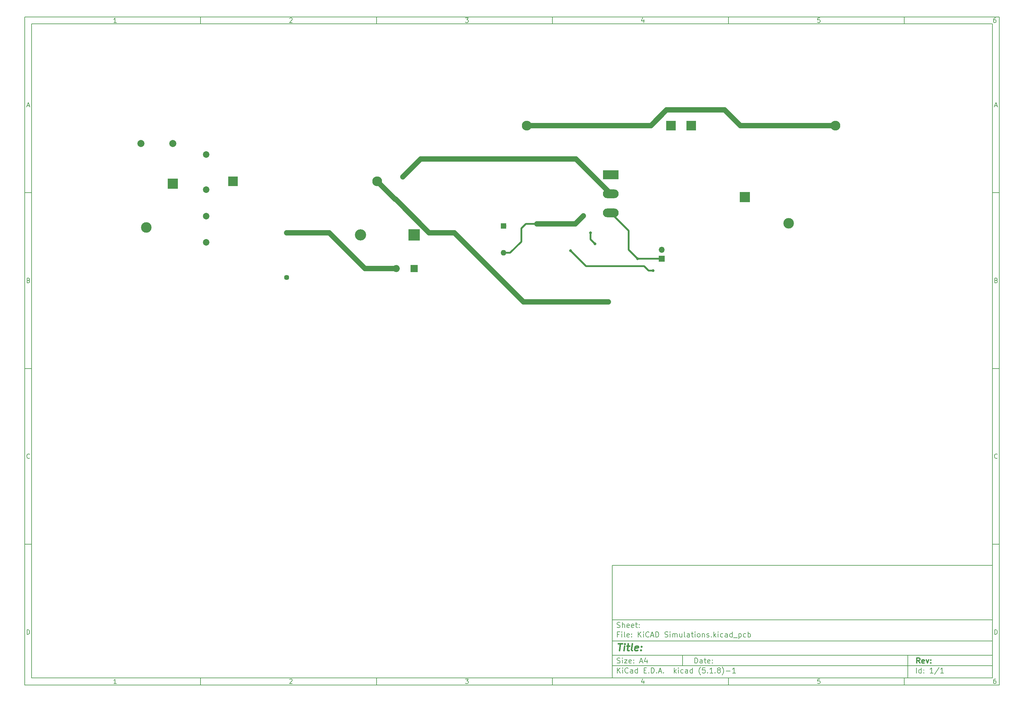
<source format=gbr>
%TF.GenerationSoftware,KiCad,Pcbnew,(5.1.8)-1*%
%TF.CreationDate,2021-03-15T14:42:15-07:00*%
%TF.ProjectId,KiCAD Simulations,4b694341-4420-4536-996d-756c6174696f,rev?*%
%TF.SameCoordinates,Original*%
%TF.FileFunction,Copper,L2,Bot*%
%TF.FilePolarity,Positive*%
%FSLAX46Y46*%
G04 Gerber Fmt 4.6, Leading zero omitted, Abs format (unit mm)*
G04 Created by KiCad (PCBNEW (5.1.8)-1) date 2021-03-15 14:42:15*
%MOMM*%
%LPD*%
G01*
G04 APERTURE LIST*
%ADD10C,0.100000*%
%ADD11C,0.150000*%
%ADD12C,0.300000*%
%ADD13C,0.400000*%
%TA.AperFunction,ComponentPad*%
%ADD14O,2.800000X2.800000*%
%TD*%
%TA.AperFunction,ComponentPad*%
%ADD15R,2.800000X2.800000*%
%TD*%
%TA.AperFunction,ComponentPad*%
%ADD16O,1.700000X1.700000*%
%TD*%
%TA.AperFunction,ComponentPad*%
%ADD17R,1.700000X1.700000*%
%TD*%
%TA.AperFunction,ComponentPad*%
%ADD18C,1.854200*%
%TD*%
%TA.AperFunction,ComponentPad*%
%ADD19C,2.000000*%
%TD*%
%TA.AperFunction,ComponentPad*%
%ADD20O,4.500000X2.500000*%
%TD*%
%TA.AperFunction,ComponentPad*%
%ADD21R,4.500000X2.500000*%
%TD*%
%TA.AperFunction,ComponentPad*%
%ADD22C,1.447800*%
%TD*%
%TA.AperFunction,ComponentPad*%
%ADD23C,3.000000*%
%TD*%
%TA.AperFunction,ComponentPad*%
%ADD24R,3.000000X3.000000*%
%TD*%
%TA.AperFunction,ComponentPad*%
%ADD25O,2.000000X2.000000*%
%TD*%
%TA.AperFunction,ComponentPad*%
%ADD26R,2.000000X2.000000*%
%TD*%
%TA.AperFunction,ComponentPad*%
%ADD27O,1.600000X1.600000*%
%TD*%
%TA.AperFunction,ComponentPad*%
%ADD28R,1.600000X1.600000*%
%TD*%
%TA.AperFunction,ComponentPad*%
%ADD29O,3.200000X3.200000*%
%TD*%
%TA.AperFunction,ComponentPad*%
%ADD30R,3.200000X3.200000*%
%TD*%
%TA.AperFunction,ViaPad*%
%ADD31C,0.800000*%
%TD*%
%TA.AperFunction,ViaPad*%
%ADD32C,1.200000*%
%TD*%
%TA.AperFunction,Conductor*%
%ADD33C,1.500000*%
%TD*%
%TA.AperFunction,Conductor*%
%ADD34C,0.500000*%
%TD*%
G04 APERTURE END LIST*
D10*
D11*
X177002200Y-166007200D02*
X177002200Y-198007200D01*
X285002200Y-198007200D01*
X285002200Y-166007200D01*
X177002200Y-166007200D01*
D10*
D11*
X10000000Y-10000000D02*
X10000000Y-200007200D01*
X287002200Y-200007200D01*
X287002200Y-10000000D01*
X10000000Y-10000000D01*
D10*
D11*
X12000000Y-12000000D02*
X12000000Y-198007200D01*
X285002200Y-198007200D01*
X285002200Y-12000000D01*
X12000000Y-12000000D01*
D10*
D11*
X60000000Y-12000000D02*
X60000000Y-10000000D01*
D10*
D11*
X110000000Y-12000000D02*
X110000000Y-10000000D01*
D10*
D11*
X160000000Y-12000000D02*
X160000000Y-10000000D01*
D10*
D11*
X210000000Y-12000000D02*
X210000000Y-10000000D01*
D10*
D11*
X260000000Y-12000000D02*
X260000000Y-10000000D01*
D10*
D11*
X36065476Y-11588095D02*
X35322619Y-11588095D01*
X35694047Y-11588095D02*
X35694047Y-10288095D01*
X35570238Y-10473809D01*
X35446428Y-10597619D01*
X35322619Y-10659523D01*
D10*
D11*
X85322619Y-10411904D02*
X85384523Y-10350000D01*
X85508333Y-10288095D01*
X85817857Y-10288095D01*
X85941666Y-10350000D01*
X86003571Y-10411904D01*
X86065476Y-10535714D01*
X86065476Y-10659523D01*
X86003571Y-10845238D01*
X85260714Y-11588095D01*
X86065476Y-11588095D01*
D10*
D11*
X135260714Y-10288095D02*
X136065476Y-10288095D01*
X135632142Y-10783333D01*
X135817857Y-10783333D01*
X135941666Y-10845238D01*
X136003571Y-10907142D01*
X136065476Y-11030952D01*
X136065476Y-11340476D01*
X136003571Y-11464285D01*
X135941666Y-11526190D01*
X135817857Y-11588095D01*
X135446428Y-11588095D01*
X135322619Y-11526190D01*
X135260714Y-11464285D01*
D10*
D11*
X185941666Y-10721428D02*
X185941666Y-11588095D01*
X185632142Y-10226190D02*
X185322619Y-11154761D01*
X186127380Y-11154761D01*
D10*
D11*
X236003571Y-10288095D02*
X235384523Y-10288095D01*
X235322619Y-10907142D01*
X235384523Y-10845238D01*
X235508333Y-10783333D01*
X235817857Y-10783333D01*
X235941666Y-10845238D01*
X236003571Y-10907142D01*
X236065476Y-11030952D01*
X236065476Y-11340476D01*
X236003571Y-11464285D01*
X235941666Y-11526190D01*
X235817857Y-11588095D01*
X235508333Y-11588095D01*
X235384523Y-11526190D01*
X235322619Y-11464285D01*
D10*
D11*
X285941666Y-10288095D02*
X285694047Y-10288095D01*
X285570238Y-10350000D01*
X285508333Y-10411904D01*
X285384523Y-10597619D01*
X285322619Y-10845238D01*
X285322619Y-11340476D01*
X285384523Y-11464285D01*
X285446428Y-11526190D01*
X285570238Y-11588095D01*
X285817857Y-11588095D01*
X285941666Y-11526190D01*
X286003571Y-11464285D01*
X286065476Y-11340476D01*
X286065476Y-11030952D01*
X286003571Y-10907142D01*
X285941666Y-10845238D01*
X285817857Y-10783333D01*
X285570238Y-10783333D01*
X285446428Y-10845238D01*
X285384523Y-10907142D01*
X285322619Y-11030952D01*
D10*
D11*
X60000000Y-198007200D02*
X60000000Y-200007200D01*
D10*
D11*
X110000000Y-198007200D02*
X110000000Y-200007200D01*
D10*
D11*
X160000000Y-198007200D02*
X160000000Y-200007200D01*
D10*
D11*
X210000000Y-198007200D02*
X210000000Y-200007200D01*
D10*
D11*
X260000000Y-198007200D02*
X260000000Y-200007200D01*
D10*
D11*
X36065476Y-199595295D02*
X35322619Y-199595295D01*
X35694047Y-199595295D02*
X35694047Y-198295295D01*
X35570238Y-198481009D01*
X35446428Y-198604819D01*
X35322619Y-198666723D01*
D10*
D11*
X85322619Y-198419104D02*
X85384523Y-198357200D01*
X85508333Y-198295295D01*
X85817857Y-198295295D01*
X85941666Y-198357200D01*
X86003571Y-198419104D01*
X86065476Y-198542914D01*
X86065476Y-198666723D01*
X86003571Y-198852438D01*
X85260714Y-199595295D01*
X86065476Y-199595295D01*
D10*
D11*
X135260714Y-198295295D02*
X136065476Y-198295295D01*
X135632142Y-198790533D01*
X135817857Y-198790533D01*
X135941666Y-198852438D01*
X136003571Y-198914342D01*
X136065476Y-199038152D01*
X136065476Y-199347676D01*
X136003571Y-199471485D01*
X135941666Y-199533390D01*
X135817857Y-199595295D01*
X135446428Y-199595295D01*
X135322619Y-199533390D01*
X135260714Y-199471485D01*
D10*
D11*
X185941666Y-198728628D02*
X185941666Y-199595295D01*
X185632142Y-198233390D02*
X185322619Y-199161961D01*
X186127380Y-199161961D01*
D10*
D11*
X236003571Y-198295295D02*
X235384523Y-198295295D01*
X235322619Y-198914342D01*
X235384523Y-198852438D01*
X235508333Y-198790533D01*
X235817857Y-198790533D01*
X235941666Y-198852438D01*
X236003571Y-198914342D01*
X236065476Y-199038152D01*
X236065476Y-199347676D01*
X236003571Y-199471485D01*
X235941666Y-199533390D01*
X235817857Y-199595295D01*
X235508333Y-199595295D01*
X235384523Y-199533390D01*
X235322619Y-199471485D01*
D10*
D11*
X285941666Y-198295295D02*
X285694047Y-198295295D01*
X285570238Y-198357200D01*
X285508333Y-198419104D01*
X285384523Y-198604819D01*
X285322619Y-198852438D01*
X285322619Y-199347676D01*
X285384523Y-199471485D01*
X285446428Y-199533390D01*
X285570238Y-199595295D01*
X285817857Y-199595295D01*
X285941666Y-199533390D01*
X286003571Y-199471485D01*
X286065476Y-199347676D01*
X286065476Y-199038152D01*
X286003571Y-198914342D01*
X285941666Y-198852438D01*
X285817857Y-198790533D01*
X285570238Y-198790533D01*
X285446428Y-198852438D01*
X285384523Y-198914342D01*
X285322619Y-199038152D01*
D10*
D11*
X10000000Y-60000000D02*
X12000000Y-60000000D01*
D10*
D11*
X10000000Y-110000000D02*
X12000000Y-110000000D01*
D10*
D11*
X10000000Y-160000000D02*
X12000000Y-160000000D01*
D10*
D11*
X10690476Y-35216666D02*
X11309523Y-35216666D01*
X10566666Y-35588095D02*
X11000000Y-34288095D01*
X11433333Y-35588095D01*
D10*
D11*
X11092857Y-84907142D02*
X11278571Y-84969047D01*
X11340476Y-85030952D01*
X11402380Y-85154761D01*
X11402380Y-85340476D01*
X11340476Y-85464285D01*
X11278571Y-85526190D01*
X11154761Y-85588095D01*
X10659523Y-85588095D01*
X10659523Y-84288095D01*
X11092857Y-84288095D01*
X11216666Y-84350000D01*
X11278571Y-84411904D01*
X11340476Y-84535714D01*
X11340476Y-84659523D01*
X11278571Y-84783333D01*
X11216666Y-84845238D01*
X11092857Y-84907142D01*
X10659523Y-84907142D01*
D10*
D11*
X11402380Y-135464285D02*
X11340476Y-135526190D01*
X11154761Y-135588095D01*
X11030952Y-135588095D01*
X10845238Y-135526190D01*
X10721428Y-135402380D01*
X10659523Y-135278571D01*
X10597619Y-135030952D01*
X10597619Y-134845238D01*
X10659523Y-134597619D01*
X10721428Y-134473809D01*
X10845238Y-134350000D01*
X11030952Y-134288095D01*
X11154761Y-134288095D01*
X11340476Y-134350000D01*
X11402380Y-134411904D01*
D10*
D11*
X10659523Y-185588095D02*
X10659523Y-184288095D01*
X10969047Y-184288095D01*
X11154761Y-184350000D01*
X11278571Y-184473809D01*
X11340476Y-184597619D01*
X11402380Y-184845238D01*
X11402380Y-185030952D01*
X11340476Y-185278571D01*
X11278571Y-185402380D01*
X11154761Y-185526190D01*
X10969047Y-185588095D01*
X10659523Y-185588095D01*
D10*
D11*
X287002200Y-60000000D02*
X285002200Y-60000000D01*
D10*
D11*
X287002200Y-110000000D02*
X285002200Y-110000000D01*
D10*
D11*
X287002200Y-160000000D02*
X285002200Y-160000000D01*
D10*
D11*
X285692676Y-35216666D02*
X286311723Y-35216666D01*
X285568866Y-35588095D02*
X286002200Y-34288095D01*
X286435533Y-35588095D01*
D10*
D11*
X286095057Y-84907142D02*
X286280771Y-84969047D01*
X286342676Y-85030952D01*
X286404580Y-85154761D01*
X286404580Y-85340476D01*
X286342676Y-85464285D01*
X286280771Y-85526190D01*
X286156961Y-85588095D01*
X285661723Y-85588095D01*
X285661723Y-84288095D01*
X286095057Y-84288095D01*
X286218866Y-84350000D01*
X286280771Y-84411904D01*
X286342676Y-84535714D01*
X286342676Y-84659523D01*
X286280771Y-84783333D01*
X286218866Y-84845238D01*
X286095057Y-84907142D01*
X285661723Y-84907142D01*
D10*
D11*
X286404580Y-135464285D02*
X286342676Y-135526190D01*
X286156961Y-135588095D01*
X286033152Y-135588095D01*
X285847438Y-135526190D01*
X285723628Y-135402380D01*
X285661723Y-135278571D01*
X285599819Y-135030952D01*
X285599819Y-134845238D01*
X285661723Y-134597619D01*
X285723628Y-134473809D01*
X285847438Y-134350000D01*
X286033152Y-134288095D01*
X286156961Y-134288095D01*
X286342676Y-134350000D01*
X286404580Y-134411904D01*
D10*
D11*
X285661723Y-185588095D02*
X285661723Y-184288095D01*
X285971247Y-184288095D01*
X286156961Y-184350000D01*
X286280771Y-184473809D01*
X286342676Y-184597619D01*
X286404580Y-184845238D01*
X286404580Y-185030952D01*
X286342676Y-185278571D01*
X286280771Y-185402380D01*
X286156961Y-185526190D01*
X285971247Y-185588095D01*
X285661723Y-185588095D01*
D10*
D11*
X200434342Y-193785771D02*
X200434342Y-192285771D01*
X200791485Y-192285771D01*
X201005771Y-192357200D01*
X201148628Y-192500057D01*
X201220057Y-192642914D01*
X201291485Y-192928628D01*
X201291485Y-193142914D01*
X201220057Y-193428628D01*
X201148628Y-193571485D01*
X201005771Y-193714342D01*
X200791485Y-193785771D01*
X200434342Y-193785771D01*
X202577200Y-193785771D02*
X202577200Y-193000057D01*
X202505771Y-192857200D01*
X202362914Y-192785771D01*
X202077200Y-192785771D01*
X201934342Y-192857200D01*
X202577200Y-193714342D02*
X202434342Y-193785771D01*
X202077200Y-193785771D01*
X201934342Y-193714342D01*
X201862914Y-193571485D01*
X201862914Y-193428628D01*
X201934342Y-193285771D01*
X202077200Y-193214342D01*
X202434342Y-193214342D01*
X202577200Y-193142914D01*
X203077200Y-192785771D02*
X203648628Y-192785771D01*
X203291485Y-192285771D02*
X203291485Y-193571485D01*
X203362914Y-193714342D01*
X203505771Y-193785771D01*
X203648628Y-193785771D01*
X204720057Y-193714342D02*
X204577200Y-193785771D01*
X204291485Y-193785771D01*
X204148628Y-193714342D01*
X204077200Y-193571485D01*
X204077200Y-193000057D01*
X204148628Y-192857200D01*
X204291485Y-192785771D01*
X204577200Y-192785771D01*
X204720057Y-192857200D01*
X204791485Y-193000057D01*
X204791485Y-193142914D01*
X204077200Y-193285771D01*
X205434342Y-193642914D02*
X205505771Y-193714342D01*
X205434342Y-193785771D01*
X205362914Y-193714342D01*
X205434342Y-193642914D01*
X205434342Y-193785771D01*
X205434342Y-192857200D02*
X205505771Y-192928628D01*
X205434342Y-193000057D01*
X205362914Y-192928628D01*
X205434342Y-192857200D01*
X205434342Y-193000057D01*
D10*
D11*
X177002200Y-194507200D02*
X285002200Y-194507200D01*
D10*
D11*
X178434342Y-196585771D02*
X178434342Y-195085771D01*
X179291485Y-196585771D02*
X178648628Y-195728628D01*
X179291485Y-195085771D02*
X178434342Y-195942914D01*
X179934342Y-196585771D02*
X179934342Y-195585771D01*
X179934342Y-195085771D02*
X179862914Y-195157200D01*
X179934342Y-195228628D01*
X180005771Y-195157200D01*
X179934342Y-195085771D01*
X179934342Y-195228628D01*
X181505771Y-196442914D02*
X181434342Y-196514342D01*
X181220057Y-196585771D01*
X181077200Y-196585771D01*
X180862914Y-196514342D01*
X180720057Y-196371485D01*
X180648628Y-196228628D01*
X180577200Y-195942914D01*
X180577200Y-195728628D01*
X180648628Y-195442914D01*
X180720057Y-195300057D01*
X180862914Y-195157200D01*
X181077200Y-195085771D01*
X181220057Y-195085771D01*
X181434342Y-195157200D01*
X181505771Y-195228628D01*
X182791485Y-196585771D02*
X182791485Y-195800057D01*
X182720057Y-195657200D01*
X182577200Y-195585771D01*
X182291485Y-195585771D01*
X182148628Y-195657200D01*
X182791485Y-196514342D02*
X182648628Y-196585771D01*
X182291485Y-196585771D01*
X182148628Y-196514342D01*
X182077200Y-196371485D01*
X182077200Y-196228628D01*
X182148628Y-196085771D01*
X182291485Y-196014342D01*
X182648628Y-196014342D01*
X182791485Y-195942914D01*
X184148628Y-196585771D02*
X184148628Y-195085771D01*
X184148628Y-196514342D02*
X184005771Y-196585771D01*
X183720057Y-196585771D01*
X183577200Y-196514342D01*
X183505771Y-196442914D01*
X183434342Y-196300057D01*
X183434342Y-195871485D01*
X183505771Y-195728628D01*
X183577200Y-195657200D01*
X183720057Y-195585771D01*
X184005771Y-195585771D01*
X184148628Y-195657200D01*
X186005771Y-195800057D02*
X186505771Y-195800057D01*
X186720057Y-196585771D02*
X186005771Y-196585771D01*
X186005771Y-195085771D01*
X186720057Y-195085771D01*
X187362914Y-196442914D02*
X187434342Y-196514342D01*
X187362914Y-196585771D01*
X187291485Y-196514342D01*
X187362914Y-196442914D01*
X187362914Y-196585771D01*
X188077200Y-196585771D02*
X188077200Y-195085771D01*
X188434342Y-195085771D01*
X188648628Y-195157200D01*
X188791485Y-195300057D01*
X188862914Y-195442914D01*
X188934342Y-195728628D01*
X188934342Y-195942914D01*
X188862914Y-196228628D01*
X188791485Y-196371485D01*
X188648628Y-196514342D01*
X188434342Y-196585771D01*
X188077200Y-196585771D01*
X189577200Y-196442914D02*
X189648628Y-196514342D01*
X189577200Y-196585771D01*
X189505771Y-196514342D01*
X189577200Y-196442914D01*
X189577200Y-196585771D01*
X190220057Y-196157200D02*
X190934342Y-196157200D01*
X190077200Y-196585771D02*
X190577200Y-195085771D01*
X191077200Y-196585771D01*
X191577200Y-196442914D02*
X191648628Y-196514342D01*
X191577200Y-196585771D01*
X191505771Y-196514342D01*
X191577200Y-196442914D01*
X191577200Y-196585771D01*
X194577200Y-196585771D02*
X194577200Y-195085771D01*
X194720057Y-196014342D02*
X195148628Y-196585771D01*
X195148628Y-195585771D02*
X194577200Y-196157200D01*
X195791485Y-196585771D02*
X195791485Y-195585771D01*
X195791485Y-195085771D02*
X195720057Y-195157200D01*
X195791485Y-195228628D01*
X195862914Y-195157200D01*
X195791485Y-195085771D01*
X195791485Y-195228628D01*
X197148628Y-196514342D02*
X197005771Y-196585771D01*
X196720057Y-196585771D01*
X196577200Y-196514342D01*
X196505771Y-196442914D01*
X196434342Y-196300057D01*
X196434342Y-195871485D01*
X196505771Y-195728628D01*
X196577200Y-195657200D01*
X196720057Y-195585771D01*
X197005771Y-195585771D01*
X197148628Y-195657200D01*
X198434342Y-196585771D02*
X198434342Y-195800057D01*
X198362914Y-195657200D01*
X198220057Y-195585771D01*
X197934342Y-195585771D01*
X197791485Y-195657200D01*
X198434342Y-196514342D02*
X198291485Y-196585771D01*
X197934342Y-196585771D01*
X197791485Y-196514342D01*
X197720057Y-196371485D01*
X197720057Y-196228628D01*
X197791485Y-196085771D01*
X197934342Y-196014342D01*
X198291485Y-196014342D01*
X198434342Y-195942914D01*
X199791485Y-196585771D02*
X199791485Y-195085771D01*
X199791485Y-196514342D02*
X199648628Y-196585771D01*
X199362914Y-196585771D01*
X199220057Y-196514342D01*
X199148628Y-196442914D01*
X199077200Y-196300057D01*
X199077200Y-195871485D01*
X199148628Y-195728628D01*
X199220057Y-195657200D01*
X199362914Y-195585771D01*
X199648628Y-195585771D01*
X199791485Y-195657200D01*
X202077200Y-197157200D02*
X202005771Y-197085771D01*
X201862914Y-196871485D01*
X201791485Y-196728628D01*
X201720057Y-196514342D01*
X201648628Y-196157200D01*
X201648628Y-195871485D01*
X201720057Y-195514342D01*
X201791485Y-195300057D01*
X201862914Y-195157200D01*
X202005771Y-194942914D01*
X202077200Y-194871485D01*
X203362914Y-195085771D02*
X202648628Y-195085771D01*
X202577200Y-195800057D01*
X202648628Y-195728628D01*
X202791485Y-195657200D01*
X203148628Y-195657200D01*
X203291485Y-195728628D01*
X203362914Y-195800057D01*
X203434342Y-195942914D01*
X203434342Y-196300057D01*
X203362914Y-196442914D01*
X203291485Y-196514342D01*
X203148628Y-196585771D01*
X202791485Y-196585771D01*
X202648628Y-196514342D01*
X202577200Y-196442914D01*
X204077200Y-196442914D02*
X204148628Y-196514342D01*
X204077200Y-196585771D01*
X204005771Y-196514342D01*
X204077200Y-196442914D01*
X204077200Y-196585771D01*
X205577200Y-196585771D02*
X204720057Y-196585771D01*
X205148628Y-196585771D02*
X205148628Y-195085771D01*
X205005771Y-195300057D01*
X204862914Y-195442914D01*
X204720057Y-195514342D01*
X206220057Y-196442914D02*
X206291485Y-196514342D01*
X206220057Y-196585771D01*
X206148628Y-196514342D01*
X206220057Y-196442914D01*
X206220057Y-196585771D01*
X207148628Y-195728628D02*
X207005771Y-195657200D01*
X206934342Y-195585771D01*
X206862914Y-195442914D01*
X206862914Y-195371485D01*
X206934342Y-195228628D01*
X207005771Y-195157200D01*
X207148628Y-195085771D01*
X207434342Y-195085771D01*
X207577200Y-195157200D01*
X207648628Y-195228628D01*
X207720057Y-195371485D01*
X207720057Y-195442914D01*
X207648628Y-195585771D01*
X207577200Y-195657200D01*
X207434342Y-195728628D01*
X207148628Y-195728628D01*
X207005771Y-195800057D01*
X206934342Y-195871485D01*
X206862914Y-196014342D01*
X206862914Y-196300057D01*
X206934342Y-196442914D01*
X207005771Y-196514342D01*
X207148628Y-196585771D01*
X207434342Y-196585771D01*
X207577200Y-196514342D01*
X207648628Y-196442914D01*
X207720057Y-196300057D01*
X207720057Y-196014342D01*
X207648628Y-195871485D01*
X207577200Y-195800057D01*
X207434342Y-195728628D01*
X208220057Y-197157200D02*
X208291485Y-197085771D01*
X208434342Y-196871485D01*
X208505771Y-196728628D01*
X208577200Y-196514342D01*
X208648628Y-196157200D01*
X208648628Y-195871485D01*
X208577200Y-195514342D01*
X208505771Y-195300057D01*
X208434342Y-195157200D01*
X208291485Y-194942914D01*
X208220057Y-194871485D01*
X209362914Y-196014342D02*
X210505771Y-196014342D01*
X212005771Y-196585771D02*
X211148628Y-196585771D01*
X211577200Y-196585771D02*
X211577200Y-195085771D01*
X211434342Y-195300057D01*
X211291485Y-195442914D01*
X211148628Y-195514342D01*
D10*
D11*
X177002200Y-191507200D02*
X285002200Y-191507200D01*
D10*
D12*
X264411485Y-193785771D02*
X263911485Y-193071485D01*
X263554342Y-193785771D02*
X263554342Y-192285771D01*
X264125771Y-192285771D01*
X264268628Y-192357200D01*
X264340057Y-192428628D01*
X264411485Y-192571485D01*
X264411485Y-192785771D01*
X264340057Y-192928628D01*
X264268628Y-193000057D01*
X264125771Y-193071485D01*
X263554342Y-193071485D01*
X265625771Y-193714342D02*
X265482914Y-193785771D01*
X265197200Y-193785771D01*
X265054342Y-193714342D01*
X264982914Y-193571485D01*
X264982914Y-193000057D01*
X265054342Y-192857200D01*
X265197200Y-192785771D01*
X265482914Y-192785771D01*
X265625771Y-192857200D01*
X265697200Y-193000057D01*
X265697200Y-193142914D01*
X264982914Y-193285771D01*
X266197200Y-192785771D02*
X266554342Y-193785771D01*
X266911485Y-192785771D01*
X267482914Y-193642914D02*
X267554342Y-193714342D01*
X267482914Y-193785771D01*
X267411485Y-193714342D01*
X267482914Y-193642914D01*
X267482914Y-193785771D01*
X267482914Y-192857200D02*
X267554342Y-192928628D01*
X267482914Y-193000057D01*
X267411485Y-192928628D01*
X267482914Y-192857200D01*
X267482914Y-193000057D01*
D10*
D11*
X178362914Y-193714342D02*
X178577200Y-193785771D01*
X178934342Y-193785771D01*
X179077200Y-193714342D01*
X179148628Y-193642914D01*
X179220057Y-193500057D01*
X179220057Y-193357200D01*
X179148628Y-193214342D01*
X179077200Y-193142914D01*
X178934342Y-193071485D01*
X178648628Y-193000057D01*
X178505771Y-192928628D01*
X178434342Y-192857200D01*
X178362914Y-192714342D01*
X178362914Y-192571485D01*
X178434342Y-192428628D01*
X178505771Y-192357200D01*
X178648628Y-192285771D01*
X179005771Y-192285771D01*
X179220057Y-192357200D01*
X179862914Y-193785771D02*
X179862914Y-192785771D01*
X179862914Y-192285771D02*
X179791485Y-192357200D01*
X179862914Y-192428628D01*
X179934342Y-192357200D01*
X179862914Y-192285771D01*
X179862914Y-192428628D01*
X180434342Y-192785771D02*
X181220057Y-192785771D01*
X180434342Y-193785771D01*
X181220057Y-193785771D01*
X182362914Y-193714342D02*
X182220057Y-193785771D01*
X181934342Y-193785771D01*
X181791485Y-193714342D01*
X181720057Y-193571485D01*
X181720057Y-193000057D01*
X181791485Y-192857200D01*
X181934342Y-192785771D01*
X182220057Y-192785771D01*
X182362914Y-192857200D01*
X182434342Y-193000057D01*
X182434342Y-193142914D01*
X181720057Y-193285771D01*
X183077200Y-193642914D02*
X183148628Y-193714342D01*
X183077200Y-193785771D01*
X183005771Y-193714342D01*
X183077200Y-193642914D01*
X183077200Y-193785771D01*
X183077200Y-192857200D02*
X183148628Y-192928628D01*
X183077200Y-193000057D01*
X183005771Y-192928628D01*
X183077200Y-192857200D01*
X183077200Y-193000057D01*
X184862914Y-193357200D02*
X185577200Y-193357200D01*
X184720057Y-193785771D02*
X185220057Y-192285771D01*
X185720057Y-193785771D01*
X186862914Y-192785771D02*
X186862914Y-193785771D01*
X186505771Y-192214342D02*
X186148628Y-193285771D01*
X187077200Y-193285771D01*
D10*
D11*
X263434342Y-196585771D02*
X263434342Y-195085771D01*
X264791485Y-196585771D02*
X264791485Y-195085771D01*
X264791485Y-196514342D02*
X264648628Y-196585771D01*
X264362914Y-196585771D01*
X264220057Y-196514342D01*
X264148628Y-196442914D01*
X264077200Y-196300057D01*
X264077200Y-195871485D01*
X264148628Y-195728628D01*
X264220057Y-195657200D01*
X264362914Y-195585771D01*
X264648628Y-195585771D01*
X264791485Y-195657200D01*
X265505771Y-196442914D02*
X265577200Y-196514342D01*
X265505771Y-196585771D01*
X265434342Y-196514342D01*
X265505771Y-196442914D01*
X265505771Y-196585771D01*
X265505771Y-195657200D02*
X265577200Y-195728628D01*
X265505771Y-195800057D01*
X265434342Y-195728628D01*
X265505771Y-195657200D01*
X265505771Y-195800057D01*
X268148628Y-196585771D02*
X267291485Y-196585771D01*
X267720057Y-196585771D02*
X267720057Y-195085771D01*
X267577200Y-195300057D01*
X267434342Y-195442914D01*
X267291485Y-195514342D01*
X269862914Y-195014342D02*
X268577200Y-196942914D01*
X271148628Y-196585771D02*
X270291485Y-196585771D01*
X270720057Y-196585771D02*
X270720057Y-195085771D01*
X270577200Y-195300057D01*
X270434342Y-195442914D01*
X270291485Y-195514342D01*
D10*
D11*
X177002200Y-187507200D02*
X285002200Y-187507200D01*
D10*
D13*
X178714580Y-188211961D02*
X179857438Y-188211961D01*
X179036009Y-190211961D02*
X179286009Y-188211961D01*
X180274104Y-190211961D02*
X180440771Y-188878628D01*
X180524104Y-188211961D02*
X180416961Y-188307200D01*
X180500295Y-188402438D01*
X180607438Y-188307200D01*
X180524104Y-188211961D01*
X180500295Y-188402438D01*
X181107438Y-188878628D02*
X181869342Y-188878628D01*
X181476485Y-188211961D02*
X181262200Y-189926247D01*
X181333628Y-190116723D01*
X181512200Y-190211961D01*
X181702676Y-190211961D01*
X182655057Y-190211961D02*
X182476485Y-190116723D01*
X182405057Y-189926247D01*
X182619342Y-188211961D01*
X184190771Y-190116723D02*
X183988390Y-190211961D01*
X183607438Y-190211961D01*
X183428866Y-190116723D01*
X183357438Y-189926247D01*
X183452676Y-189164342D01*
X183571723Y-188973866D01*
X183774104Y-188878628D01*
X184155057Y-188878628D01*
X184333628Y-188973866D01*
X184405057Y-189164342D01*
X184381247Y-189354819D01*
X183405057Y-189545295D01*
X185155057Y-190021485D02*
X185238390Y-190116723D01*
X185131247Y-190211961D01*
X185047914Y-190116723D01*
X185155057Y-190021485D01*
X185131247Y-190211961D01*
X185286009Y-188973866D02*
X185369342Y-189069104D01*
X185262200Y-189164342D01*
X185178866Y-189069104D01*
X185286009Y-188973866D01*
X185262200Y-189164342D01*
D10*
D11*
X178934342Y-185600057D02*
X178434342Y-185600057D01*
X178434342Y-186385771D02*
X178434342Y-184885771D01*
X179148628Y-184885771D01*
X179720057Y-186385771D02*
X179720057Y-185385771D01*
X179720057Y-184885771D02*
X179648628Y-184957200D01*
X179720057Y-185028628D01*
X179791485Y-184957200D01*
X179720057Y-184885771D01*
X179720057Y-185028628D01*
X180648628Y-186385771D02*
X180505771Y-186314342D01*
X180434342Y-186171485D01*
X180434342Y-184885771D01*
X181791485Y-186314342D02*
X181648628Y-186385771D01*
X181362914Y-186385771D01*
X181220057Y-186314342D01*
X181148628Y-186171485D01*
X181148628Y-185600057D01*
X181220057Y-185457200D01*
X181362914Y-185385771D01*
X181648628Y-185385771D01*
X181791485Y-185457200D01*
X181862914Y-185600057D01*
X181862914Y-185742914D01*
X181148628Y-185885771D01*
X182505771Y-186242914D02*
X182577200Y-186314342D01*
X182505771Y-186385771D01*
X182434342Y-186314342D01*
X182505771Y-186242914D01*
X182505771Y-186385771D01*
X182505771Y-185457200D02*
X182577200Y-185528628D01*
X182505771Y-185600057D01*
X182434342Y-185528628D01*
X182505771Y-185457200D01*
X182505771Y-185600057D01*
X184362914Y-186385771D02*
X184362914Y-184885771D01*
X185220057Y-186385771D02*
X184577200Y-185528628D01*
X185220057Y-184885771D02*
X184362914Y-185742914D01*
X185862914Y-186385771D02*
X185862914Y-185385771D01*
X185862914Y-184885771D02*
X185791485Y-184957200D01*
X185862914Y-185028628D01*
X185934342Y-184957200D01*
X185862914Y-184885771D01*
X185862914Y-185028628D01*
X187434342Y-186242914D02*
X187362914Y-186314342D01*
X187148628Y-186385771D01*
X187005771Y-186385771D01*
X186791485Y-186314342D01*
X186648628Y-186171485D01*
X186577200Y-186028628D01*
X186505771Y-185742914D01*
X186505771Y-185528628D01*
X186577200Y-185242914D01*
X186648628Y-185100057D01*
X186791485Y-184957200D01*
X187005771Y-184885771D01*
X187148628Y-184885771D01*
X187362914Y-184957200D01*
X187434342Y-185028628D01*
X188005771Y-185957200D02*
X188720057Y-185957200D01*
X187862914Y-186385771D02*
X188362914Y-184885771D01*
X188862914Y-186385771D01*
X189362914Y-186385771D02*
X189362914Y-184885771D01*
X189720057Y-184885771D01*
X189934342Y-184957200D01*
X190077200Y-185100057D01*
X190148628Y-185242914D01*
X190220057Y-185528628D01*
X190220057Y-185742914D01*
X190148628Y-186028628D01*
X190077200Y-186171485D01*
X189934342Y-186314342D01*
X189720057Y-186385771D01*
X189362914Y-186385771D01*
X191934342Y-186314342D02*
X192148628Y-186385771D01*
X192505771Y-186385771D01*
X192648628Y-186314342D01*
X192720057Y-186242914D01*
X192791485Y-186100057D01*
X192791485Y-185957200D01*
X192720057Y-185814342D01*
X192648628Y-185742914D01*
X192505771Y-185671485D01*
X192220057Y-185600057D01*
X192077200Y-185528628D01*
X192005771Y-185457200D01*
X191934342Y-185314342D01*
X191934342Y-185171485D01*
X192005771Y-185028628D01*
X192077200Y-184957200D01*
X192220057Y-184885771D01*
X192577200Y-184885771D01*
X192791485Y-184957200D01*
X193434342Y-186385771D02*
X193434342Y-185385771D01*
X193434342Y-184885771D02*
X193362914Y-184957200D01*
X193434342Y-185028628D01*
X193505771Y-184957200D01*
X193434342Y-184885771D01*
X193434342Y-185028628D01*
X194148628Y-186385771D02*
X194148628Y-185385771D01*
X194148628Y-185528628D02*
X194220057Y-185457200D01*
X194362914Y-185385771D01*
X194577200Y-185385771D01*
X194720057Y-185457200D01*
X194791485Y-185600057D01*
X194791485Y-186385771D01*
X194791485Y-185600057D02*
X194862914Y-185457200D01*
X195005771Y-185385771D01*
X195220057Y-185385771D01*
X195362914Y-185457200D01*
X195434342Y-185600057D01*
X195434342Y-186385771D01*
X196791485Y-185385771D02*
X196791485Y-186385771D01*
X196148628Y-185385771D02*
X196148628Y-186171485D01*
X196220057Y-186314342D01*
X196362914Y-186385771D01*
X196577200Y-186385771D01*
X196720057Y-186314342D01*
X196791485Y-186242914D01*
X197720057Y-186385771D02*
X197577200Y-186314342D01*
X197505771Y-186171485D01*
X197505771Y-184885771D01*
X198934342Y-186385771D02*
X198934342Y-185600057D01*
X198862914Y-185457200D01*
X198720057Y-185385771D01*
X198434342Y-185385771D01*
X198291485Y-185457200D01*
X198934342Y-186314342D02*
X198791485Y-186385771D01*
X198434342Y-186385771D01*
X198291485Y-186314342D01*
X198220057Y-186171485D01*
X198220057Y-186028628D01*
X198291485Y-185885771D01*
X198434342Y-185814342D01*
X198791485Y-185814342D01*
X198934342Y-185742914D01*
X199434342Y-185385771D02*
X200005771Y-185385771D01*
X199648628Y-184885771D02*
X199648628Y-186171485D01*
X199720057Y-186314342D01*
X199862914Y-186385771D01*
X200005771Y-186385771D01*
X200505771Y-186385771D02*
X200505771Y-185385771D01*
X200505771Y-184885771D02*
X200434342Y-184957200D01*
X200505771Y-185028628D01*
X200577200Y-184957200D01*
X200505771Y-184885771D01*
X200505771Y-185028628D01*
X201434342Y-186385771D02*
X201291485Y-186314342D01*
X201220057Y-186242914D01*
X201148628Y-186100057D01*
X201148628Y-185671485D01*
X201220057Y-185528628D01*
X201291485Y-185457200D01*
X201434342Y-185385771D01*
X201648628Y-185385771D01*
X201791485Y-185457200D01*
X201862914Y-185528628D01*
X201934342Y-185671485D01*
X201934342Y-186100057D01*
X201862914Y-186242914D01*
X201791485Y-186314342D01*
X201648628Y-186385771D01*
X201434342Y-186385771D01*
X202577200Y-185385771D02*
X202577200Y-186385771D01*
X202577200Y-185528628D02*
X202648628Y-185457200D01*
X202791485Y-185385771D01*
X203005771Y-185385771D01*
X203148628Y-185457200D01*
X203220057Y-185600057D01*
X203220057Y-186385771D01*
X203862914Y-186314342D02*
X204005771Y-186385771D01*
X204291485Y-186385771D01*
X204434342Y-186314342D01*
X204505771Y-186171485D01*
X204505771Y-186100057D01*
X204434342Y-185957200D01*
X204291485Y-185885771D01*
X204077200Y-185885771D01*
X203934342Y-185814342D01*
X203862914Y-185671485D01*
X203862914Y-185600057D01*
X203934342Y-185457200D01*
X204077200Y-185385771D01*
X204291485Y-185385771D01*
X204434342Y-185457200D01*
X205148628Y-186242914D02*
X205220057Y-186314342D01*
X205148628Y-186385771D01*
X205077200Y-186314342D01*
X205148628Y-186242914D01*
X205148628Y-186385771D01*
X205862914Y-186385771D02*
X205862914Y-184885771D01*
X206005771Y-185814342D02*
X206434342Y-186385771D01*
X206434342Y-185385771D02*
X205862914Y-185957200D01*
X207077200Y-186385771D02*
X207077200Y-185385771D01*
X207077200Y-184885771D02*
X207005771Y-184957200D01*
X207077200Y-185028628D01*
X207148628Y-184957200D01*
X207077200Y-184885771D01*
X207077200Y-185028628D01*
X208434342Y-186314342D02*
X208291485Y-186385771D01*
X208005771Y-186385771D01*
X207862914Y-186314342D01*
X207791485Y-186242914D01*
X207720057Y-186100057D01*
X207720057Y-185671485D01*
X207791485Y-185528628D01*
X207862914Y-185457200D01*
X208005771Y-185385771D01*
X208291485Y-185385771D01*
X208434342Y-185457200D01*
X209720057Y-186385771D02*
X209720057Y-185600057D01*
X209648628Y-185457200D01*
X209505771Y-185385771D01*
X209220057Y-185385771D01*
X209077200Y-185457200D01*
X209720057Y-186314342D02*
X209577200Y-186385771D01*
X209220057Y-186385771D01*
X209077200Y-186314342D01*
X209005771Y-186171485D01*
X209005771Y-186028628D01*
X209077200Y-185885771D01*
X209220057Y-185814342D01*
X209577200Y-185814342D01*
X209720057Y-185742914D01*
X211077200Y-186385771D02*
X211077200Y-184885771D01*
X211077200Y-186314342D02*
X210934342Y-186385771D01*
X210648628Y-186385771D01*
X210505771Y-186314342D01*
X210434342Y-186242914D01*
X210362914Y-186100057D01*
X210362914Y-185671485D01*
X210434342Y-185528628D01*
X210505771Y-185457200D01*
X210648628Y-185385771D01*
X210934342Y-185385771D01*
X211077200Y-185457200D01*
X211434342Y-186528628D02*
X212577200Y-186528628D01*
X212934342Y-185385771D02*
X212934342Y-186885771D01*
X212934342Y-185457200D02*
X213077200Y-185385771D01*
X213362914Y-185385771D01*
X213505771Y-185457200D01*
X213577200Y-185528628D01*
X213648628Y-185671485D01*
X213648628Y-186100057D01*
X213577200Y-186242914D01*
X213505771Y-186314342D01*
X213362914Y-186385771D01*
X213077200Y-186385771D01*
X212934342Y-186314342D01*
X214934342Y-186314342D02*
X214791485Y-186385771D01*
X214505771Y-186385771D01*
X214362914Y-186314342D01*
X214291485Y-186242914D01*
X214220057Y-186100057D01*
X214220057Y-185671485D01*
X214291485Y-185528628D01*
X214362914Y-185457200D01*
X214505771Y-185385771D01*
X214791485Y-185385771D01*
X214934342Y-185457200D01*
X215577200Y-186385771D02*
X215577200Y-184885771D01*
X215577200Y-185457200D02*
X215720057Y-185385771D01*
X216005771Y-185385771D01*
X216148628Y-185457200D01*
X216220057Y-185528628D01*
X216291485Y-185671485D01*
X216291485Y-186100057D01*
X216220057Y-186242914D01*
X216148628Y-186314342D01*
X216005771Y-186385771D01*
X215720057Y-186385771D01*
X215577200Y-186314342D01*
D10*
D11*
X177002200Y-181507200D02*
X285002200Y-181507200D01*
D10*
D11*
X178362914Y-183614342D02*
X178577200Y-183685771D01*
X178934342Y-183685771D01*
X179077200Y-183614342D01*
X179148628Y-183542914D01*
X179220057Y-183400057D01*
X179220057Y-183257200D01*
X179148628Y-183114342D01*
X179077200Y-183042914D01*
X178934342Y-182971485D01*
X178648628Y-182900057D01*
X178505771Y-182828628D01*
X178434342Y-182757200D01*
X178362914Y-182614342D01*
X178362914Y-182471485D01*
X178434342Y-182328628D01*
X178505771Y-182257200D01*
X178648628Y-182185771D01*
X179005771Y-182185771D01*
X179220057Y-182257200D01*
X179862914Y-183685771D02*
X179862914Y-182185771D01*
X180505771Y-183685771D02*
X180505771Y-182900057D01*
X180434342Y-182757200D01*
X180291485Y-182685771D01*
X180077200Y-182685771D01*
X179934342Y-182757200D01*
X179862914Y-182828628D01*
X181791485Y-183614342D02*
X181648628Y-183685771D01*
X181362914Y-183685771D01*
X181220057Y-183614342D01*
X181148628Y-183471485D01*
X181148628Y-182900057D01*
X181220057Y-182757200D01*
X181362914Y-182685771D01*
X181648628Y-182685771D01*
X181791485Y-182757200D01*
X181862914Y-182900057D01*
X181862914Y-183042914D01*
X181148628Y-183185771D01*
X183077200Y-183614342D02*
X182934342Y-183685771D01*
X182648628Y-183685771D01*
X182505771Y-183614342D01*
X182434342Y-183471485D01*
X182434342Y-182900057D01*
X182505771Y-182757200D01*
X182648628Y-182685771D01*
X182934342Y-182685771D01*
X183077200Y-182757200D01*
X183148628Y-182900057D01*
X183148628Y-183042914D01*
X182434342Y-183185771D01*
X183577200Y-182685771D02*
X184148628Y-182685771D01*
X183791485Y-182185771D02*
X183791485Y-183471485D01*
X183862914Y-183614342D01*
X184005771Y-183685771D01*
X184148628Y-183685771D01*
X184648628Y-183542914D02*
X184720057Y-183614342D01*
X184648628Y-183685771D01*
X184577200Y-183614342D01*
X184648628Y-183542914D01*
X184648628Y-183685771D01*
X184648628Y-182757200D02*
X184720057Y-182828628D01*
X184648628Y-182900057D01*
X184577200Y-182828628D01*
X184648628Y-182757200D01*
X184648628Y-182900057D01*
D10*
D11*
X197002200Y-191507200D02*
X197002200Y-194507200D01*
D10*
D11*
X261002200Y-191507200D02*
X261002200Y-198007200D01*
D14*
%TO.P,Coutx2,2*%
%TO.N,GND*%
X152675000Y-40894000D03*
D15*
%TO.P,Coutx2,1*%
%TO.N,Net-(Coutx1-Pad1)*%
X193675000Y-40894000D03*
%TD*%
D16*
%TO.P,J2,2*%
%TO.N,Net-(Cvcc1-Pad1)*%
X191008000Y-76200000D03*
D17*
%TO.P,J2,1*%
%TO.N,GND*%
X191008000Y-78740000D03*
%TD*%
D18*
%TO.P,Uac1,4*%
%TO.N,Net-(J1-Pad2)*%
X61595000Y-74149001D03*
%TO.P,Uac1,3*%
%TO.N,Net-(Cin1-Pad1)*%
X61595000Y-66649000D03*
%TO.P,Uac1,2*%
%TO.N,Net-(Cin1-Pad2)*%
X61595000Y-59149000D03*
%TO.P,Uac1,1*%
%TO.N,Net-(Rntc1-Pad1)*%
X61595000Y-49149000D03*
%TD*%
D19*
%TO.P,Rntc1,2*%
%TO.N,Net-(J1-Pad1)*%
X43070000Y-45974000D03*
%TO.P,Rntc1,1*%
%TO.N,Net-(Rntc1-Pad1)*%
X52070000Y-45974000D03*
%TD*%
D20*
%TO.P,Q1,3*%
%TO.N,GND*%
X176530000Y-65764000D03*
%TO.P,Q1,2*%
%TO.N,Net-(Dboost1-Pad2)*%
X176530000Y-60314000D03*
D21*
%TO.P,Q1,1*%
%TO.N,Net-(Dturnoff1-Pad2)*%
X176530000Y-54864000D03*
%TD*%
D22*
%TO.P,L1,2*%
%TO.N,Net-(Dboost1-Pad2)*%
X84455000Y-84074000D03*
%TO.P,L1,1*%
%TO.N,Net-(Cin1-Pad1)*%
X84455000Y-71374000D03*
%TD*%
D23*
%TO.P,J3,2*%
%TO.N,GND*%
X227130000Y-68714000D03*
D24*
%TO.P,J3,1*%
%TO.N,Net-(Coutx1-Pad1)*%
X214630000Y-61214000D03*
%TD*%
D23*
%TO.P,J1,2*%
%TO.N,Net-(J1-Pad2)*%
X44570000Y-69904000D03*
D24*
%TO.P,J1,1*%
%TO.N,Net-(J1-Pad1)*%
X52070000Y-57404000D03*
%TD*%
D25*
%TO.P,Dstart1,2*%
%TO.N,Net-(Cin1-Pad1)*%
X115570000Y-81534000D03*
D26*
%TO.P,Dstart1,1*%
%TO.N,Net-(Coutx1-Pad1)*%
X120650000Y-81534000D03*
%TD*%
D27*
%TO.P,Disense1,2*%
%TO.N,GND*%
X146050000Y-77089000D03*
D28*
%TO.P,Disense1,1*%
%TO.N,Net-(Cisense1-Pad1)*%
X146050000Y-69469000D03*
%TD*%
D29*
%TO.P,Dboost1,2*%
%TO.N,Net-(Dboost1-Pad2)*%
X105410000Y-72009000D03*
D30*
%TO.P,Dboost1,1*%
%TO.N,Net-(Coutx1-Pad1)*%
X120650000Y-72009000D03*
%TD*%
D14*
%TO.P,Coutx1,2*%
%TO.N,GND*%
X240390000Y-40894000D03*
D15*
%TO.P,Coutx1,1*%
%TO.N,Net-(Coutx1-Pad1)*%
X199390000Y-40894000D03*
%TD*%
D14*
%TO.P,Cin1,2*%
%TO.N,Net-(Cin1-Pad2)*%
X110215000Y-56769000D03*
D15*
%TO.P,Cin1,1*%
%TO.N,Net-(Cin1-Pad1)*%
X69215000Y-56769000D03*
%TD*%
D31*
%TO.N,Net-(Cin1-Pad2)*%
X175895000Y-91059000D03*
D32*
%TO.N,Net-(Cin1-Pad1)*%
X106680000Y-81534000D03*
%TO.N,Net-(Dboost1-Pad2)*%
X117475000Y-55499000D03*
D31*
%TO.N,Net-(Cvcc1-Pad1)*%
X172085000Y-74549000D03*
X170815000Y-71374000D03*
%TO.N,Net-(Ccomp1-Pad1)*%
X165100000Y-76454000D03*
X188595000Y-82169000D03*
%TO.N,GND*%
X155575000Y-68834000D03*
D32*
X168783000Y-66548000D03*
D31*
X184150000Y-78740000D03*
%TD*%
D33*
%TO.N,Net-(Cin1-Pad2)*%
X110215000Y-56769000D02*
X115295000Y-61849000D01*
X115400002Y-61849000D02*
X124925002Y-71374000D01*
X115295000Y-61849000D02*
X115400002Y-61849000D01*
X124925002Y-71374000D02*
X132080000Y-71374000D01*
X132080000Y-71374000D02*
X151765000Y-91059000D01*
X151765000Y-91059000D02*
X172085000Y-91059000D01*
X172085000Y-91059000D02*
X175895000Y-91059000D01*
%TO.N,Net-(Cin1-Pad1)*%
X84455000Y-71374000D02*
X96520000Y-71374000D01*
X106680000Y-81534000D02*
X115570000Y-81534000D01*
X96520000Y-71374000D02*
X106680000Y-81534000D01*
%TO.N,Net-(Dboost1-Pad2)*%
X122555000Y-50419000D02*
X117475000Y-55499000D01*
X166635000Y-50419000D02*
X122555000Y-50419000D01*
X176530000Y-60314000D02*
X166635000Y-50419000D01*
D34*
%TO.N,Net-(Cisense1-Pad1)*%
X146050000Y-69469000D02*
X146685000Y-69469000D01*
%TO.N,Net-(Cvcc1-Pad1)*%
X170815000Y-73279000D02*
X172085000Y-74549000D01*
X170815000Y-71374000D02*
X170815000Y-73279000D01*
%TO.N,Net-(Ccomp1-Pad1)*%
X165100000Y-76454000D02*
X169545000Y-80899000D01*
X169545000Y-80899000D02*
X186055000Y-80899000D01*
X186055000Y-80899000D02*
X187325000Y-82169000D01*
X187325000Y-82169000D02*
X188595000Y-82169000D01*
%TO.N,GND*%
X146050000Y-77089000D02*
X147955000Y-77089000D01*
X147955000Y-77089000D02*
X151130000Y-73914000D01*
X151130000Y-73914000D02*
X151130000Y-70104000D01*
X152400000Y-68834000D02*
X155575000Y-68834000D01*
X151130000Y-70104000D02*
X152400000Y-68834000D01*
D33*
X152675000Y-40894000D02*
X187960000Y-40894000D01*
X187960000Y-40894000D02*
X192405000Y-36449000D01*
X192405000Y-36449000D02*
X208915000Y-36449000D01*
X213360000Y-40894000D02*
X240390000Y-40894000D01*
X208915000Y-36449000D02*
X213360000Y-40894000D01*
D34*
X183134000Y-77724000D02*
X181610000Y-76200000D01*
X181610000Y-70844000D02*
X176530000Y-65764000D01*
X181610000Y-76200000D02*
X181610000Y-70844000D01*
D33*
X166497000Y-68834000D02*
X168783000Y-66548000D01*
X155575000Y-68834000D02*
X166497000Y-68834000D01*
D34*
X184150000Y-78740000D02*
X184023000Y-78613000D01*
X191008000Y-78740000D02*
X184150000Y-78740000D01*
X183134000Y-77724000D02*
X184023000Y-78613000D01*
%TD*%
M02*

</source>
